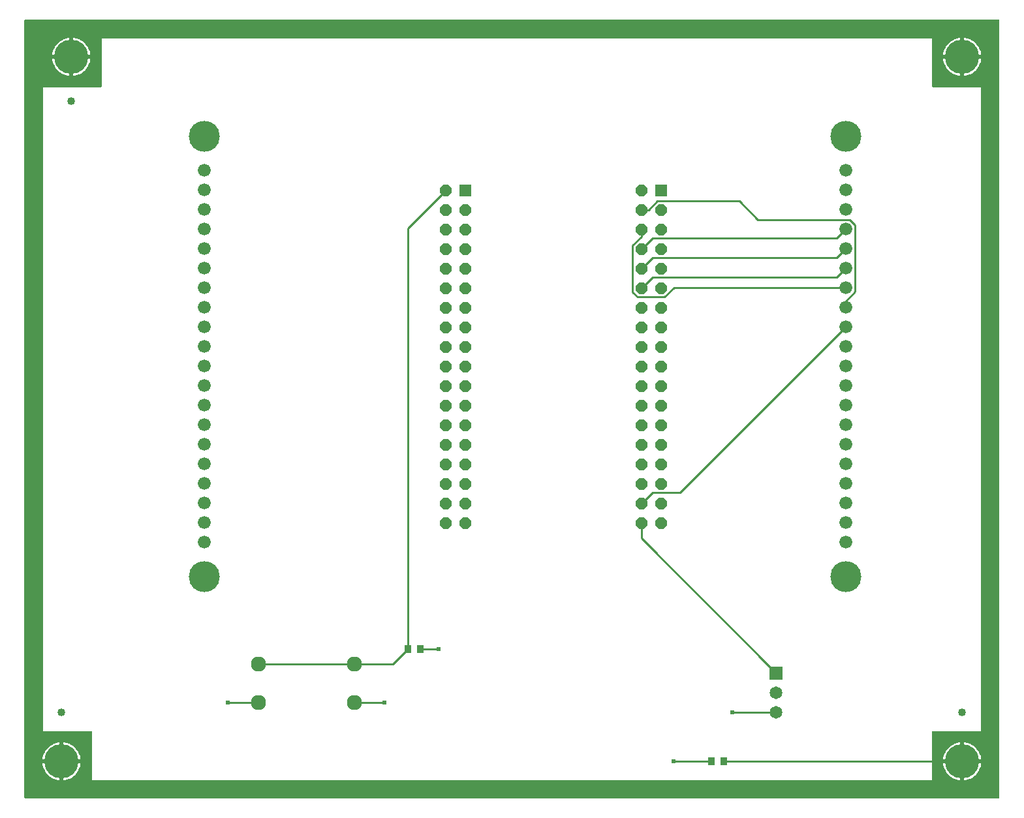
<source format=gbr>
G04 EAGLE Gerber RS-274X export*
G75*
%MOMM*%
%FSLAX34Y34*%
%LPD*%
%INTop Copper*%
%IPPOS*%
%AMOC8*
5,1,8,0,0,1.08239X$1,22.5*%
G01*
%ADD10C,1.960000*%
%ADD11R,0.949959X1.031241*%
%ADD12R,1.651000X1.651000*%
%ADD13C,1.651000*%
%ADD14R,1.524000X1.524000*%
%ADD15P,1.649562X8X292.500000*%
%ADD16C,1.676400*%
%ADD17C,4.016000*%
%ADD18C,1.016000*%
%ADD19C,4.445000*%
%ADD20C,0.254000*%
%ADD21C,0.609600*%

G36*
X2556Y3692D02*
X2556Y3692D01*
X2563Y3573D01*
X2576Y3535D01*
X2581Y3494D01*
X2624Y3384D01*
X2661Y3271D01*
X2683Y3236D01*
X2698Y3199D01*
X2767Y3103D01*
X2831Y3002D01*
X2861Y2974D01*
X2884Y2941D01*
X2976Y2865D01*
X3063Y2784D01*
X3098Y2764D01*
X3129Y2739D01*
X3237Y2688D01*
X3341Y2630D01*
X3381Y2620D01*
X3417Y2603D01*
X3534Y2581D01*
X3649Y2551D01*
X3709Y2547D01*
X3729Y2543D01*
X3750Y2545D01*
X3810Y2541D01*
X1265991Y2541D01*
X1266109Y2556D01*
X1266227Y2563D01*
X1266266Y2575D01*
X1266306Y2581D01*
X1266417Y2624D01*
X1266530Y2661D01*
X1266564Y2683D01*
X1266602Y2698D01*
X1266698Y2767D01*
X1266799Y2831D01*
X1266827Y2861D01*
X1266859Y2884D01*
X1266935Y2976D01*
X1267017Y3063D01*
X1267036Y3098D01*
X1267062Y3129D01*
X1267113Y3237D01*
X1267170Y3341D01*
X1267180Y3380D01*
X1267198Y3417D01*
X1267220Y3534D01*
X1267250Y3649D01*
X1267254Y3709D01*
X1267257Y3729D01*
X1267256Y3750D01*
X1267260Y3810D01*
X1267359Y508000D01*
X1267459Y1012190D01*
X1267444Y1012308D01*
X1267436Y1012427D01*
X1267424Y1012465D01*
X1267419Y1012505D01*
X1267375Y1012616D01*
X1267338Y1012729D01*
X1267317Y1012764D01*
X1267302Y1012801D01*
X1267232Y1012897D01*
X1267168Y1012998D01*
X1267139Y1013026D01*
X1267115Y1013058D01*
X1267023Y1013134D01*
X1266936Y1013216D01*
X1266901Y1013236D01*
X1266870Y1013261D01*
X1266762Y1013312D01*
X1266658Y1013370D01*
X1266619Y1013380D01*
X1266582Y1013397D01*
X1266465Y1013419D01*
X1266350Y1013449D01*
X1266290Y1013453D01*
X1266270Y1013457D01*
X1266250Y1013455D01*
X1266189Y1013459D01*
X3810Y1013459D01*
X3692Y1013444D01*
X3573Y1013437D01*
X3535Y1013424D01*
X3494Y1013419D01*
X3384Y1013376D01*
X3271Y1013339D01*
X3236Y1013317D01*
X3199Y1013302D01*
X3103Y1013233D01*
X3002Y1013169D01*
X2974Y1013139D01*
X2941Y1013116D01*
X2865Y1013024D01*
X2784Y1012937D01*
X2764Y1012902D01*
X2739Y1012871D01*
X2688Y1012763D01*
X2630Y1012659D01*
X2620Y1012619D01*
X2603Y1012583D01*
X2581Y1012466D01*
X2551Y1012351D01*
X2547Y1012291D01*
X2543Y1012271D01*
X2545Y1012250D01*
X2541Y1012190D01*
X2541Y3810D01*
X2556Y3692D01*
G37*
%LPC*%
G36*
X101600Y925831D02*
X101600Y925831D01*
X101718Y925846D01*
X101837Y925853D01*
X101875Y925866D01*
X101916Y925871D01*
X102026Y925914D01*
X102139Y925951D01*
X102174Y925973D01*
X102211Y925988D01*
X102307Y926058D01*
X102408Y926121D01*
X102436Y926151D01*
X102469Y926174D01*
X102545Y926266D01*
X102626Y926353D01*
X102646Y926388D01*
X102671Y926419D01*
X102722Y926527D01*
X102780Y926631D01*
X102790Y926671D01*
X102807Y926707D01*
X102829Y926824D01*
X102859Y926939D01*
X102863Y927000D01*
X102867Y927020D01*
X102865Y927040D01*
X102869Y927100D01*
X102869Y989331D01*
X1179831Y989331D01*
X1179831Y927100D01*
X1179846Y926982D01*
X1179853Y926863D01*
X1179866Y926825D01*
X1179871Y926784D01*
X1179914Y926674D01*
X1179951Y926561D01*
X1179973Y926526D01*
X1179988Y926489D01*
X1180058Y926393D01*
X1180121Y926292D01*
X1180151Y926264D01*
X1180174Y926231D01*
X1180266Y926156D01*
X1180353Y926074D01*
X1180388Y926054D01*
X1180419Y926029D01*
X1180527Y925978D01*
X1180631Y925920D01*
X1180671Y925910D01*
X1180707Y925893D01*
X1180824Y925871D01*
X1180939Y925841D01*
X1181000Y925837D01*
X1181020Y925833D01*
X1181040Y925835D01*
X1181100Y925831D01*
X1243331Y925831D01*
X1243331Y90169D01*
X1181100Y90169D01*
X1180982Y90154D01*
X1180863Y90147D01*
X1180825Y90134D01*
X1180784Y90129D01*
X1180674Y90086D01*
X1180561Y90049D01*
X1180526Y90027D01*
X1180489Y90012D01*
X1180393Y89943D01*
X1180292Y89879D01*
X1180264Y89849D01*
X1180231Y89826D01*
X1180156Y89734D01*
X1180074Y89647D01*
X1180054Y89612D01*
X1180029Y89581D01*
X1179978Y89473D01*
X1179920Y89369D01*
X1179910Y89329D01*
X1179893Y89293D01*
X1179871Y89176D01*
X1179841Y89061D01*
X1179837Y89001D01*
X1179833Y88981D01*
X1179835Y88960D01*
X1179831Y88900D01*
X1179831Y26669D01*
X90169Y26669D01*
X90169Y88900D01*
X90154Y89018D01*
X90147Y89137D01*
X90134Y89175D01*
X90129Y89216D01*
X90086Y89326D01*
X90049Y89439D01*
X90027Y89474D01*
X90012Y89511D01*
X89943Y89607D01*
X89879Y89708D01*
X89849Y89736D01*
X89826Y89769D01*
X89734Y89845D01*
X89647Y89926D01*
X89612Y89946D01*
X89581Y89971D01*
X89473Y90022D01*
X89369Y90080D01*
X89329Y90090D01*
X89293Y90107D01*
X89176Y90129D01*
X89061Y90159D01*
X89001Y90163D01*
X88981Y90167D01*
X88960Y90165D01*
X88900Y90169D01*
X26669Y90169D01*
X26669Y925831D01*
X101600Y925831D01*
G37*
%LPD*%
%LPC*%
G36*
X66039Y967739D02*
X66039Y967739D01*
X66039Y989836D01*
X67655Y989654D01*
X70367Y989035D01*
X72992Y988117D01*
X75499Y986910D01*
X77854Y985430D01*
X80029Y983695D01*
X81995Y981729D01*
X83730Y979554D01*
X85210Y977199D01*
X86417Y974692D01*
X87335Y972067D01*
X87954Y969355D01*
X88136Y967739D01*
X66039Y967739D01*
G37*
%LPD*%
%LPC*%
G36*
X1221739Y967739D02*
X1221739Y967739D01*
X1221739Y989836D01*
X1223355Y989654D01*
X1226067Y989035D01*
X1228692Y988117D01*
X1231199Y986910D01*
X1233554Y985430D01*
X1235729Y983695D01*
X1237695Y981729D01*
X1239430Y979554D01*
X1240910Y977199D01*
X1242117Y974692D01*
X1243035Y972067D01*
X1243654Y969355D01*
X1243836Y967739D01*
X1221739Y967739D01*
G37*
%LPD*%
%LPC*%
G36*
X53339Y53339D02*
X53339Y53339D01*
X53339Y75436D01*
X54955Y75254D01*
X57667Y74635D01*
X60292Y73717D01*
X62799Y72510D01*
X65154Y71030D01*
X67329Y69295D01*
X69295Y67329D01*
X71030Y65154D01*
X72510Y62799D01*
X73717Y60292D01*
X74635Y57667D01*
X75254Y54955D01*
X75436Y53339D01*
X53339Y53339D01*
G37*
%LPD*%
%LPC*%
G36*
X1221739Y53339D02*
X1221739Y53339D01*
X1221739Y75436D01*
X1223355Y75254D01*
X1226067Y74635D01*
X1228692Y73717D01*
X1231199Y72510D01*
X1233554Y71030D01*
X1235729Y69295D01*
X1237695Y67329D01*
X1239430Y65154D01*
X1240910Y62799D01*
X1242117Y60292D01*
X1243035Y57667D01*
X1243654Y54955D01*
X1243836Y53339D01*
X1221739Y53339D01*
G37*
%LPD*%
%LPC*%
G36*
X38864Y967739D02*
X38864Y967739D01*
X39046Y969355D01*
X39665Y972067D01*
X40583Y974692D01*
X41790Y977199D01*
X43270Y979554D01*
X45005Y981729D01*
X46971Y983695D01*
X49146Y985430D01*
X51501Y986910D01*
X54008Y988117D01*
X56633Y989035D01*
X59345Y989654D01*
X60961Y989836D01*
X60961Y967739D01*
X38864Y967739D01*
G37*
%LPD*%
%LPC*%
G36*
X1194564Y967739D02*
X1194564Y967739D01*
X1194746Y969355D01*
X1195365Y972067D01*
X1196283Y974692D01*
X1197490Y977199D01*
X1198970Y979554D01*
X1200705Y981729D01*
X1202671Y983695D01*
X1204846Y985430D01*
X1207201Y986910D01*
X1209708Y988117D01*
X1212333Y989035D01*
X1215045Y989654D01*
X1216661Y989836D01*
X1216661Y967739D01*
X1194564Y967739D01*
G37*
%LPD*%
%LPC*%
G36*
X1221739Y962661D02*
X1221739Y962661D01*
X1243836Y962661D01*
X1243654Y961045D01*
X1243035Y958333D01*
X1242117Y955708D01*
X1240910Y953201D01*
X1239430Y950846D01*
X1237695Y948671D01*
X1235729Y946705D01*
X1233554Y944970D01*
X1231199Y943490D01*
X1228692Y942283D01*
X1226067Y941365D01*
X1223355Y940746D01*
X1221739Y940564D01*
X1221739Y962661D01*
G37*
%LPD*%
%LPC*%
G36*
X66039Y962661D02*
X66039Y962661D01*
X88136Y962661D01*
X87954Y961045D01*
X87335Y958333D01*
X86417Y955708D01*
X85210Y953201D01*
X83730Y950846D01*
X81995Y948671D01*
X80029Y946705D01*
X77854Y944970D01*
X75499Y943490D01*
X72992Y942283D01*
X70367Y941365D01*
X67655Y940746D01*
X66039Y940564D01*
X66039Y962661D01*
G37*
%LPD*%
%LPC*%
G36*
X26164Y53339D02*
X26164Y53339D01*
X26346Y54955D01*
X26965Y57667D01*
X27883Y60292D01*
X29090Y62799D01*
X30570Y65154D01*
X32305Y67329D01*
X34271Y69295D01*
X36446Y71030D01*
X38801Y72510D01*
X41308Y73717D01*
X43933Y74635D01*
X46645Y75254D01*
X48261Y75436D01*
X48261Y53339D01*
X26164Y53339D01*
G37*
%LPD*%
%LPC*%
G36*
X1194564Y53339D02*
X1194564Y53339D01*
X1194746Y54955D01*
X1195365Y57667D01*
X1196283Y60292D01*
X1197490Y62799D01*
X1198970Y65154D01*
X1200705Y67329D01*
X1202671Y69295D01*
X1204846Y71030D01*
X1207201Y72510D01*
X1209708Y73717D01*
X1212333Y74635D01*
X1215045Y75254D01*
X1216661Y75436D01*
X1216661Y53339D01*
X1194564Y53339D01*
G37*
%LPD*%
%LPC*%
G36*
X1221739Y48261D02*
X1221739Y48261D01*
X1243836Y48261D01*
X1243654Y46645D01*
X1243035Y43933D01*
X1242117Y41308D01*
X1240910Y38801D01*
X1239430Y36446D01*
X1237695Y34271D01*
X1235729Y32305D01*
X1233554Y30570D01*
X1231199Y29090D01*
X1228692Y27883D01*
X1226067Y26965D01*
X1223355Y26346D01*
X1221739Y26164D01*
X1221739Y48261D01*
G37*
%LPD*%
%LPC*%
G36*
X53339Y48261D02*
X53339Y48261D01*
X75436Y48261D01*
X75254Y46645D01*
X74635Y43933D01*
X73717Y41308D01*
X72510Y38801D01*
X71030Y36446D01*
X69295Y34271D01*
X67329Y32305D01*
X65154Y30570D01*
X62799Y29090D01*
X60292Y27883D01*
X57667Y26965D01*
X54955Y26346D01*
X53339Y26164D01*
X53339Y48261D01*
G37*
%LPD*%
%LPC*%
G36*
X1215045Y940746D02*
X1215045Y940746D01*
X1212333Y941365D01*
X1209708Y942283D01*
X1207201Y943490D01*
X1204846Y944970D01*
X1202671Y946705D01*
X1200705Y948671D01*
X1198970Y950846D01*
X1197490Y953201D01*
X1196283Y955708D01*
X1195365Y958333D01*
X1194746Y961045D01*
X1194564Y962661D01*
X1216661Y962661D01*
X1216661Y940564D01*
X1215045Y940746D01*
G37*
%LPD*%
%LPC*%
G36*
X59345Y940746D02*
X59345Y940746D01*
X56633Y941365D01*
X54008Y942283D01*
X51501Y943490D01*
X49146Y944970D01*
X46971Y946705D01*
X45005Y948671D01*
X43270Y950846D01*
X41790Y953201D01*
X40583Y955708D01*
X39665Y958333D01*
X39046Y961045D01*
X38864Y962661D01*
X60961Y962661D01*
X60961Y940564D01*
X59345Y940746D01*
G37*
%LPD*%
%LPC*%
G36*
X1215045Y26346D02*
X1215045Y26346D01*
X1212333Y26965D01*
X1209708Y27883D01*
X1207201Y29090D01*
X1204846Y30570D01*
X1202671Y32305D01*
X1200705Y34271D01*
X1198970Y36446D01*
X1197490Y38801D01*
X1196283Y41308D01*
X1195365Y43933D01*
X1194746Y46645D01*
X1194564Y48261D01*
X1216661Y48261D01*
X1216661Y26164D01*
X1215045Y26346D01*
G37*
%LPD*%
%LPC*%
G36*
X46645Y26346D02*
X46645Y26346D01*
X43933Y26965D01*
X41308Y27883D01*
X38801Y29090D01*
X36446Y30570D01*
X34271Y32305D01*
X32305Y34271D01*
X30570Y36446D01*
X29090Y38801D01*
X27883Y41308D01*
X26965Y43933D01*
X26346Y46645D01*
X26164Y48261D01*
X48261Y48261D01*
X48261Y26164D01*
X46645Y26346D01*
G37*
%LPD*%
%LPC*%
G36*
X1219199Y965199D02*
X1219199Y965199D01*
X1219199Y965201D01*
X1219201Y965201D01*
X1219201Y965199D01*
X1219199Y965199D01*
G37*
%LPD*%
%LPC*%
G36*
X63499Y965199D02*
X63499Y965199D01*
X63499Y965201D01*
X63501Y965201D01*
X63501Y965199D01*
X63499Y965199D01*
G37*
%LPD*%
%LPC*%
G36*
X1219199Y50799D02*
X1219199Y50799D01*
X1219199Y50801D01*
X1219201Y50801D01*
X1219201Y50799D01*
X1219199Y50799D01*
G37*
%LPD*%
%LPC*%
G36*
X50799Y50799D02*
X50799Y50799D01*
X50799Y50801D01*
X50801Y50801D01*
X50801Y50799D01*
X50799Y50799D01*
G37*
%LPD*%
D10*
X430800Y177400D03*
X430800Y127400D03*
X305800Y127400D03*
X305800Y177400D03*
D11*
X499999Y196850D03*
X516001Y196850D03*
D12*
X977900Y165100D03*
D13*
X977900Y139700D03*
X977900Y114300D03*
D14*
X828300Y791800D03*
D15*
X802900Y791800D03*
X828300Y766400D03*
X802900Y766400D03*
X828300Y741000D03*
X802900Y741000D03*
X828300Y715600D03*
X802900Y715600D03*
X828300Y690200D03*
X802900Y690200D03*
X828300Y664800D03*
X802900Y664800D03*
X828300Y639400D03*
X802900Y639400D03*
X828300Y614000D03*
X802900Y614000D03*
X828300Y588600D03*
X802900Y588600D03*
X828300Y563200D03*
X802900Y563200D03*
X828300Y537800D03*
X802900Y537800D03*
X828300Y512400D03*
X802900Y512400D03*
X828300Y487000D03*
X802900Y487000D03*
X828300Y461600D03*
X802900Y461600D03*
X828300Y436200D03*
X802900Y436200D03*
X828300Y410800D03*
X802900Y410800D03*
X828300Y385400D03*
X802900Y385400D03*
X828300Y360000D03*
X802900Y360000D03*
D14*
X574300Y791800D03*
D15*
X548900Y791800D03*
X574300Y766400D03*
X548900Y766400D03*
X574300Y741000D03*
X548900Y741000D03*
X574300Y715600D03*
X548900Y715600D03*
X574300Y690200D03*
X548900Y690200D03*
X574300Y664800D03*
X548900Y664800D03*
X574300Y639400D03*
X548900Y639400D03*
X574300Y614000D03*
X548900Y614000D03*
X574300Y588600D03*
X548900Y588600D03*
X574300Y563200D03*
X548900Y563200D03*
X574300Y537800D03*
X548900Y537800D03*
X574300Y512400D03*
X548900Y512400D03*
X574300Y487000D03*
X548900Y487000D03*
X574300Y461600D03*
X548900Y461600D03*
X574300Y436200D03*
X548900Y436200D03*
X574300Y410800D03*
X548900Y410800D03*
X574300Y385400D03*
X548900Y385400D03*
X574300Y360000D03*
X548900Y360000D03*
D16*
X236220Y817880D03*
X236220Y792480D03*
X236220Y767080D03*
X236220Y741680D03*
X236220Y716280D03*
X236220Y690880D03*
X236220Y665480D03*
X236220Y640080D03*
X236220Y614680D03*
X236220Y589280D03*
X236220Y563880D03*
X236220Y538480D03*
X236220Y513080D03*
X236220Y487680D03*
X236220Y462280D03*
X236220Y436880D03*
X236220Y411480D03*
X236220Y386080D03*
X236220Y360680D03*
X236220Y335280D03*
X1068070Y817880D03*
X1068070Y792480D03*
X1068070Y767080D03*
X1068070Y741680D03*
X1068070Y716280D03*
X1068070Y690880D03*
X1068070Y665480D03*
X1068070Y640080D03*
X1068070Y614680D03*
X1068070Y589280D03*
X1068070Y563880D03*
X1068070Y538480D03*
X1068070Y513080D03*
X1068070Y487680D03*
X1068070Y462280D03*
X1068070Y436880D03*
X1068070Y411480D03*
X1068070Y386080D03*
X1068070Y360680D03*
X1068070Y335280D03*
D17*
X1068070Y290830D03*
X1068070Y862330D03*
X236220Y290830D03*
X236220Y862330D03*
D18*
X63500Y908050D03*
X1219200Y114300D03*
X50800Y114300D03*
D19*
X50800Y50800D03*
X1219200Y50800D03*
X1219200Y965200D03*
X63500Y965200D03*
D11*
X893699Y50800D03*
X909701Y50800D03*
D20*
X469500Y127400D02*
X430800Y127400D01*
X469500Y127400D02*
X469900Y127000D01*
D21*
X469900Y127000D03*
D20*
X305800Y127400D02*
X267100Y127400D01*
X266700Y127000D01*
D21*
X266700Y127000D03*
D20*
X844550Y50800D02*
X893699Y50800D01*
D21*
X844550Y50800D03*
D20*
X920750Y114300D02*
X977900Y114300D01*
D21*
X920750Y114300D03*
D20*
X539750Y196850D02*
X516001Y196850D01*
D21*
X539750Y196850D03*
D20*
X802900Y340100D02*
X977900Y165100D01*
X802900Y340100D02*
X802900Y360000D01*
X499999Y196850D02*
X480549Y177400D01*
X430800Y177400D01*
X305800Y177400D01*
X499999Y196850D02*
X499999Y742899D01*
X548900Y791800D01*
X1073120Y753872D02*
X1080262Y746730D01*
X812136Y766400D02*
X802900Y766400D01*
X812136Y766400D02*
X823566Y777830D01*
X1068070Y648238D02*
X1068070Y640080D01*
X1073120Y753872D02*
X954278Y753872D01*
X1068070Y648238D02*
X1080262Y660430D01*
X930320Y777830D02*
X823566Y777830D01*
X930320Y777830D02*
X954278Y753872D01*
X1080262Y746730D02*
X1080262Y660430D01*
X798166Y653370D02*
X791470Y660066D01*
X802900Y731765D02*
X802900Y741000D01*
X802900Y731765D02*
X791470Y720335D01*
X845145Y665480D02*
X833035Y653370D01*
X845145Y665480D02*
X1068070Y665480D01*
X833035Y653370D02*
X798166Y653370D01*
X791470Y660066D02*
X791470Y720335D01*
X802900Y715600D02*
X817550Y730250D01*
X822886Y730250D02*
X823566Y729570D01*
X1055960Y729570D01*
X1068070Y741680D01*
X822886Y730250D02*
X817550Y730250D01*
X817550Y704850D02*
X802900Y690200D01*
X822886Y704850D02*
X823566Y704170D01*
X1055960Y704170D01*
X1068070Y716280D01*
X822886Y704850D02*
X817550Y704850D01*
X817550Y679450D02*
X802900Y664800D01*
X822886Y679450D02*
X823566Y678770D01*
X1055960Y678770D01*
X1068070Y690880D01*
X822886Y679450D02*
X817550Y679450D01*
X817550Y400050D02*
X802900Y385400D01*
X822886Y400050D02*
X823566Y399370D01*
X852760Y399370D01*
X1068070Y614680D01*
X822886Y400050D02*
X817550Y400050D01*
X909701Y50800D02*
X1219200Y50800D01*
M02*

</source>
